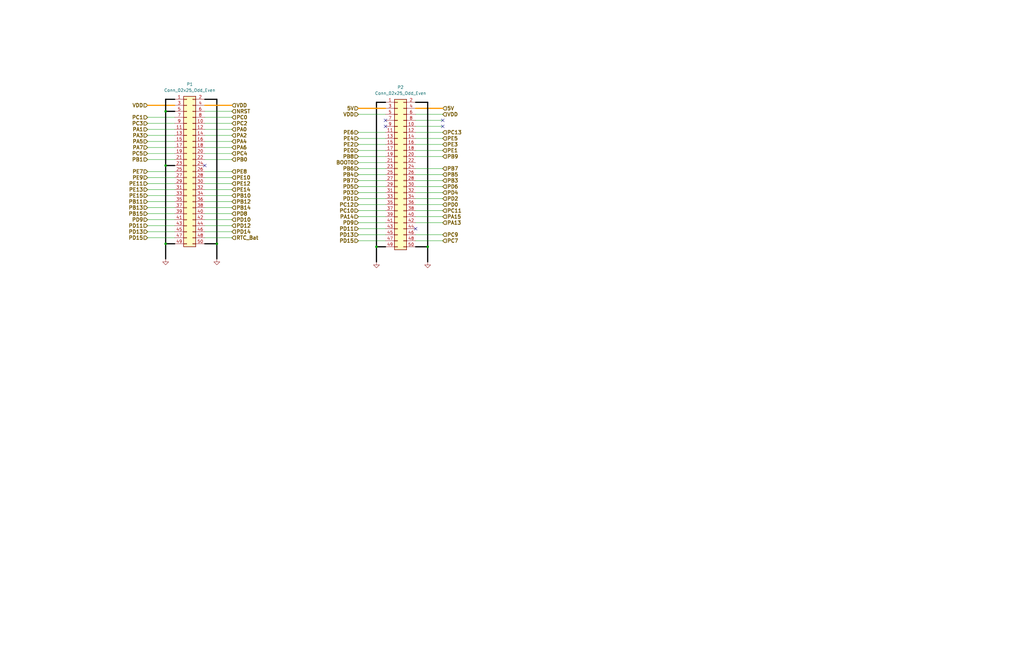
<source format=kicad_sch>
(kicad_sch (version 20211123) (generator eeschema)
  (paper "B")
  (title_block (title "microgerefi-2L") (date "2020-05-24") (rev "R0.5.2") (company "gerefi.com") (comment 1 "Donald Becker") (comment 2 "AI6OD"))
  (lib_symbols
    (symbol "Connector_Generic:Conn_02x25_Odd_Even" (pin_names (offset 1.016) hide)
      (property "Reference" "J" (at 1.27 33.02 0))
      (property "Value" "Conn_02x25_Odd_Even" (at 1.27 -33.02 0))
      (symbol "Conn_02x25_Odd_Even_1_1"
        (rectangle (start -1.27 -30.353) (end 0 -30.607) (stroke (width 0.1524)))
        (rectangle (start -1.27 -27.813) (end 0 -28.067) (stroke (width 0.1524)))
        (rectangle (start -1.27 -25.273) (end 0 -25.527) (stroke (width 0.1524)))
        (rectangle (start -1.27 -22.733) (end 0 -22.987) (stroke (width 0.1524)))
        (rectangle (start -1.27 -20.193) (end 0 -20.447) (stroke (width 0.1524)))
        (rectangle (start -1.27 -17.653) (end 0 -17.907) (stroke (width 0.1524)))
        (rectangle (start -1.27 -15.113) (end 0 -15.367) (stroke (width 0.1524)))
        (rectangle (start -1.27 -12.573) (end 0 -12.827) (stroke (width 0.1524)))
        (rectangle (start -1.27 -10.033) (end 0 -10.287) (stroke (width 0.1524)))
        (rectangle (start -1.27 -7.493) (end 0 -7.747) (stroke (width 0.1524)))
        (rectangle (start -1.27 -4.953) (end 0 -5.207) (stroke (width 0.1524)))
        (rectangle (start -1.27 -2.413) (end 0 -2.667) (stroke (width 0.1524)))
        (rectangle (start -1.27 0.127) (end 0 -0.127) (stroke (width 0.1524)))
        (rectangle (start -1.27 2.667) (end 0 2.413) (stroke (width 0.1524)))
        (rectangle (start -1.27 5.207) (end 0 4.953) (stroke (width 0.1524)))
        (rectangle (start -1.27 7.747) (end 0 7.493) (stroke (width 0.1524)))
        (rectangle (start -1.27 10.287) (end 0 10.033) (stroke (width 0.1524)))
        (rectangle (start -1.27 12.827) (end 0 12.573) (stroke (width 0.1524)))
        (rectangle (start -1.27 15.367) (end 0 15.113) (stroke (width 0.1524)))
        (rectangle (start -1.27 17.907) (end 0 17.653) (stroke (width 0.1524)))
        (rectangle (start -1.27 20.447) (end 0 20.193) (stroke (width 0.1524)))
        (rectangle (start -1.27 22.987) (end 0 22.733) (stroke (width 0.1524)))
        (rectangle (start -1.27 25.527) (end 0 25.273) (stroke (width 0.1524)))
        (rectangle (start -1.27 28.067) (end 0 27.813) (stroke (width 0.1524)))
        (rectangle (start -1.27 30.607) (end 0 30.353) (stroke (width 0.1524)))
        (rectangle (start -1.27 31.75) (end 3.81 -31.75) (stroke (width 0.254)) (fill (type background)))
        (rectangle (start 3.81 -30.353) (end 2.54 -30.607) (stroke (width 0.1524)))
        (rectangle (start 3.81 -27.813) (end 2.54 -28.067) (stroke (width 0.1524)))
        (rectangle (start 3.81 -25.273) (end 2.54 -25.527) (stroke (width 0.1524)))
        (rectangle (start 3.81 -22.733) (end 2.54 -22.987) (stroke (width 0.1524)))
        (rectangle (start 3.81 -20.193) (end 2.54 -20.447) (stroke (width 0.1524)))
        (rectangle (start 3.81 -17.653) (end 2.54 -17.907) (stroke (width 0.1524)))
        (rectangle (start 3.81 -15.113) (end 2.54 -15.367) (stroke (width 0.1524)))
        (rectangle (start 3.81 -12.573) (end 2.54 -12.827) (stroke (width 0.1524)))
        (rectangle (start 3.81 -10.033) (end 2.54 -10.287) (stroke (width 0.1524)))
        (rectangle (start 3.81 -7.493) (end 2.54 -7.747) (stroke (width 0.1524)))
        (rectangle (start 3.81 -4.953) (end 2.54 -5.207) (stroke (width 0.1524)))
        (rectangle (start 3.81 -2.413) (end 2.54 -2.667) (stroke (width 0.1524)))
        (rectangle (start 3.81 0.127) (end 2.54 -0.127) (stroke (width 0.1524)))
        (rectangle (start 3.81 2.667) (end 2.54 2.413) (stroke (width 0.1524)))
        (rectangle (start 3.81 5.207) (end 2.54 4.953) (stroke (width 0.1524)))
        (rectangle (start 3.81 7.747) (end 2.54 7.493) (stroke (width 0.1524)))
        (rectangle (start 3.81 10.287) (end 2.54 10.033) (stroke (width 0.1524)))
        (rectangle (start 3.81 12.827) (end 2.54 12.573) (stroke (width 0.1524)))
        (rectangle (start 3.81 15.367) (end 2.54 15.113) (stroke (width 0.1524)))
        (rectangle (start 3.81 17.907) (end 2.54 17.653) (stroke (width 0.1524)))
        (rectangle (start 3.81 20.447) (end 2.54 20.193) (stroke (width 0.1524)))
        (rectangle (start 3.81 22.987) (end 2.54 22.733) (stroke (width 0.1524)))
        (rectangle (start 3.81 25.527) (end 2.54 25.273) (stroke (width 0.1524)))
        (rectangle (start 3.81 28.067) (end 2.54 27.813) (stroke (width 0.1524)))
        (rectangle (start 3.81 30.607) (end 2.54 30.353) (stroke (width 0.1524)))
        (pin passive line (at -5.08 30.48 0) (length 3.81) (name "Pin_1") (number "1"))
        (pin passive line (at 7.62 20.32 180) (length 3.81) (name "Pin_10") (number "10"))
        (pin passive line (at -5.08 17.78 0) (length 3.81) (name "Pin_11") (number "11"))
        (pin passive line (at 7.62 17.78 180) (length 3.81) (name "Pin_12") (number "12"))
        (pin passive line (at -5.08 15.24 0) (length 3.81) (name "Pin_13") (number "13"))
        (pin passive line (at 7.62 15.24 180) (length 3.81) (name "Pin_14") (number "14"))
        (pin passive line (at -5.08 12.7 0) (length 3.81) (name "Pin_15") (number "15"))
        (pin passive line (at 7.62 12.7 180) (length 3.81) (name "Pin_16") (number "16"))
        (pin passive line (at -5.08 10.16 0) (length 3.81) (name "Pin_17") (number "17"))
        (pin passive line (at 7.62 10.16 180) (length 3.81) (name "Pin_18") (number "18"))
        (pin passive line (at -5.08 7.62 0) (length 3.81) (name "Pin_19") (number "19"))
        (pin passive line (at 7.62 30.48 180) (length 3.81) (name "Pin_2") (number "2"))
        (pin passive line (at 7.62 7.62 180) (length 3.81) (name "Pin_20") (number "20"))
        (pin passive line (at -5.08 5.08 0) (length 3.81) (name "Pin_21") (number "21"))
        (pin passive line (at 7.62 5.08 180) (length 3.81) (name "Pin_22") (number "22"))
        (pin passive line (at -5.08 2.54 0) (length 3.81) (name "Pin_23") (number "23"))
        (pin passive line (at 7.62 2.54 180) (length 3.81) (name "Pin_24") (number "24"))
        (pin passive line (at -5.08 0 0) (length 3.81) (name "Pin_25") (number "25"))
        (pin passive line (at 7.62 0 180) (length 3.81) (name "Pin_26") (number "26"))
        (pin passive line (at -5.08 -2.54 0) (length 3.81) (name "Pin_27") (number "27"))
        (pin passive line (at 7.62 -2.54 180) (length 3.81) (name "Pin_28") (number "28"))
        (pin passive line (at -5.08 -5.08 0) (length 3.81) (name "Pin_29") (number "29"))
        (pin passive line (at -5.08 27.94 0) (length 3.81) (name "Pin_3") (number "3"))
        (pin passive line (at 7.62 -5.08 180) (length 3.81) (name "Pin_30") (number "30"))
        (pin passive line (at -5.08 -7.62 0) (length 3.81) (name "Pin_31") (number "31"))
        (pin passive line (at 7.62 -7.62 180) (length 3.81) (name "Pin_32") (number "32"))
        (pin passive line (at -5.08 -10.16 0) (length 3.81) (name "Pin_33") (number "33"))
        (pin passive line (at 7.62 -10.16 180) (length 3.81) (name "Pin_34") (number "34"))
        (pin passive line (at -5.08 -12.7 0) (length 3.81) (name "Pin_35") (number "35"))
        (pin passive line (at 7.62 -12.7 180) (length 3.81) (name "Pin_36") (number "36"))
        (pin passive line (at -5.08 -15.24 0) (length 3.81) (name "Pin_37") (number "37"))
        (pin passive line (at 7.62 -15.24 180) (length 3.81) (name "Pin_38") (number "38"))
        (pin passive line (at -5.08 -17.78 0) (length 3.81) (name "Pin_39") (number "39"))
        (pin passive line (at 7.62 27.94 180) (length 3.81) (name "Pin_4") (number "4"))
        (pin passive line (at 7.62 -17.78 180) (length 3.81) (name "Pin_40") (number "40"))
        (pin passive line (at -5.08 -20.32 0) (length 3.81) (name "Pin_41") (number "41"))
        (pin passive line (at 7.62 -20.32 180) (length 3.81) (name "Pin_42") (number "42"))
        (pin passive line (at -5.08 -22.86 0) (length 3.81) (name "Pin_43") (number "43"))
        (pin passive line (at 7.62 -22.86 180) (length 3.81) (name "Pin_44") (number "44"))
        (pin passive line (at -5.08 -25.4 0) (length 3.81) (name "Pin_45") (number "45"))
        (pin passive line (at 7.62 -25.4 180) (length 3.81) (name "Pin_46") (number "46"))
        (pin passive line (at -5.08 -27.94 0) (length 3.81) (name "Pin_47") (number "47"))
        (pin passive line (at 7.62 -27.94 180) (length 3.81) (name "Pin_48") (number "48"))
        (pin passive line (at -5.08 -30.48 0) (length 3.81) (name "Pin_49") (number "49"))
        (pin passive line (at -5.08 25.4 0) (length 3.81) (name "Pin_5") (number "5"))
        (pin passive line (at 7.62 -30.48 180) (length 3.81) (name "Pin_50") (number "50"))
        (pin passive line (at 7.62 25.4 180) (length 3.81) (name "Pin_6") (number "6"))
        (pin passive line (at -5.08 22.86 0) (length 3.81) (name "Pin_7") (number "7"))
        (pin passive line (at 7.62 22.86 180) (length 3.81) (name "Pin_8") (number "8"))
        (pin passive line (at -5.08 20.32 0) (length 3.81) (name "Pin_9") (number "9"))
      )
    )
    (symbol "power:GND" (power) (pin_names (offset 0))
      (property "Value" "GND" (at 0 -3.81 0))
      (symbol "GND_0_1"
        (polyline (pts (xy 0 0) (xy 0 -1.27) (xy 1.27 -1.27) (xy 0 -2.54) (xy -1.27 -1.27) (xy 0 -1.27)))
      )
      (symbol "GND_1_1"
        (pin power_in line (at 0 0 270) (length 0) hide (name "GND") (number "1"))
      )
    )
  )
  (junction (at 91.44 102.87))
  (junction (at 180.34 104.14))
  (junction (at 69.85 69.85))
  (junction (at 69.85 102.87))
  (junction (at 158.75 104.14))
  (junction (at 69.85 46.99))
  (no_connect (at 175.26 96.52))
  (no_connect (at 86.36 69.85))
  (no_connect (at 162.56 50.8))
  (no_connect (at 162.56 53.34))
  (no_connect (at 186.69 53.34))
  (no_connect (at 186.69 50.8))
  (wire (pts (xy 175.26 78.74) (xy 186.69 78.74)))
  (wire (pts (xy 62.23 100.33) (xy 73.66 100.33)))
  (wire (pts (xy 86.36 64.77) (xy 97.79 64.77)))
  (wire (pts (xy 62.23 77.47) (xy 73.66 77.47)))
  (wire (pts (xy 151.13 68.58) (xy 162.56 68.58)))
  (wire (pts (xy 175.26 101.6) (xy 186.69 101.6)))
  (wire (pts (xy 158.75 43.18) (xy 158.75 104.14)) (stroke (width 0.5) (color 0 0 0 1)))
  (wire (pts (xy 175.26 66.04) (xy 186.69 66.04)))
  (wire (pts (xy 86.36 67.31) (xy 97.79 67.31)))
  (wire (pts (xy 151.13 73.66) (xy 162.56 73.66)))
  (wire (pts (xy 158.75 104.14) (xy 162.56 104.14)) (stroke (width 0.5) (color 0 0 0 1)))
  (wire (pts (xy 151.13 78.74) (xy 162.56 78.74)))
  (wire (pts (xy 62.23 92.71) (xy 73.66 92.71)))
  (wire (pts (xy 86.36 44.45) (xy 97.79 44.45)) (stroke (width 0.5) (color 255 153 0 1)))
  (wire (pts (xy 151.13 101.6) (xy 162.56 101.6)))
  (wire (pts (xy 62.23 64.77) (xy 73.66 64.77)))
  (wire (pts (xy 175.26 104.14) (xy 180.34 104.14)) (stroke (width 0.5) (color 0 0 0 1)))
  (wire (pts (xy 151.13 81.28) (xy 162.56 81.28)))
  (wire (pts (xy 86.36 57.15) (xy 97.79 57.15)))
  (wire (pts (xy 62.23 54.61) (xy 73.66 54.61)))
  (wire (pts (xy 151.13 58.42) (xy 162.56 58.42)))
  (wire (pts (xy 62.23 72.39) (xy 73.66 72.39)))
  (wire (pts (xy 175.26 53.34) (xy 186.69 53.34)))
  (wire (pts (xy 62.23 95.25) (xy 73.66 95.25)))
  (wire (pts (xy 151.13 99.06) (xy 162.56 99.06)))
  (wire (pts (xy 175.26 43.18) (xy 180.34 43.18)) (stroke (width 0.5) (color 0 0 0 1)))
  (wire (pts (xy 86.36 72.39) (xy 97.79 72.39)))
  (wire (pts (xy 86.36 85.09) (xy 97.79 85.09)))
  (wire (pts (xy 175.26 99.06) (xy 186.69 99.06)))
  (wire (pts (xy 175.26 81.28) (xy 186.69 81.28)))
  (wire (pts (xy 62.23 52.07) (xy 73.66 52.07)))
  (wire (pts (xy 69.85 41.91) (xy 69.85 46.99)) (stroke (width 0.5) (color 0 0 0 1)))
  (wire (pts (xy 151.13 96.52) (xy 162.56 96.52)))
  (wire (pts (xy 86.36 77.47) (xy 97.79 77.47)))
  (wire (pts (xy 86.36 41.91) (xy 91.44 41.91)) (stroke (width 0.5) (color 0 0 0 1)))
  (wire (pts (xy 62.23 97.79) (xy 73.66 97.79)))
  (wire (pts (xy 180.34 43.18) (xy 180.34 104.14)) (stroke (width 0.5) (color 0 0 0 1)))
  (wire (pts (xy 175.26 58.42) (xy 186.69 58.42)))
  (wire (pts (xy 175.26 71.12) (xy 186.69 71.12)))
  (wire (pts (xy 175.26 63.5) (xy 186.69 63.5)))
  (wire (pts (xy 151.13 83.82) (xy 162.56 83.82)))
  (wire (pts (xy 73.66 41.91) (xy 69.85 41.91)) (stroke (width 0.5) (color 0 0 0 1)))
  (wire (pts (xy 86.36 49.53) (xy 97.79 49.53)))
  (wire (pts (xy 86.36 46.99) (xy 97.79 46.99)))
  (wire (pts (xy 69.85 46.99) (xy 69.85 69.85)) (stroke (width 0.5) (color 0 0 0 1)))
  (wire (pts (xy 180.34 104.14) (xy 180.34 110.49)) (stroke (width 0.5) (color 0 0 0 1)))
  (wire (pts (xy 175.26 93.98) (xy 186.69 93.98)))
  (wire (pts (xy 151.13 48.26) (xy 162.56 48.26)))
  (wire (pts (xy 151.13 63.5) (xy 162.56 63.5)))
  (wire (pts (xy 62.23 85.09) (xy 73.66 85.09)))
  (wire (pts (xy 151.13 55.88) (xy 162.56 55.88)))
  (wire (pts (xy 158.75 104.14) (xy 158.75 110.49)) (stroke (width 0.5) (color 0 0 0 1)))
  (wire (pts (xy 86.36 95.25) (xy 97.79 95.25)))
  (wire (pts (xy 175.26 55.88) (xy 186.69 55.88)))
  (wire (pts (xy 175.26 50.8) (xy 186.69 50.8)))
  (wire (pts (xy 151.13 60.96) (xy 162.56 60.96)))
  (wire (pts (xy 175.26 60.96) (xy 186.69 60.96)))
  (wire (pts (xy 86.36 54.61) (xy 97.79 54.61)))
  (wire (pts (xy 175.26 73.66) (xy 186.69 73.66)))
  (wire (pts (xy 69.85 69.85) (xy 73.66 69.85)) (stroke (width 0.5) (color 0 0 0 1)))
  (wire (pts (xy 151.13 91.44) (xy 162.56 91.44)))
  (wire (pts (xy 151.13 45.72) (xy 162.56 45.72)) (stroke (width 0.5) (color 255 153 0 1)))
  (wire (pts (xy 91.44 41.91) (xy 91.44 102.87)) (stroke (width 0.5) (color 0 0 0 1)))
  (wire (pts (xy 86.36 100.33) (xy 97.79 100.33)))
  (wire (pts (xy 62.23 62.23) (xy 73.66 62.23)))
  (wire (pts (xy 86.36 90.17) (xy 97.79 90.17)))
  (wire (pts (xy 62.23 80.01) (xy 73.66 80.01)))
  (wire (pts (xy 62.23 49.53) (xy 73.66 49.53)))
  (wire (pts (xy 62.23 44.45) (xy 73.66 44.45)) (stroke (width 0.5) (color 255 153 0 1)))
  (wire (pts (xy 175.26 48.26) (xy 186.69 48.26)))
  (wire (pts (xy 86.36 74.93) (xy 97.79 74.93)))
  (wire (pts (xy 175.26 88.9) (xy 186.69 88.9)))
  (wire (pts (xy 69.85 46.99) (xy 73.66 46.99)) (stroke (width 0.5) (color 0 0 0 1)))
  (wire (pts (xy 62.23 90.17) (xy 73.66 90.17)))
  (wire (pts (xy 86.36 87.63) (xy 97.79 87.63)))
  (wire (pts (xy 86.36 92.71) (xy 97.79 92.71)))
  (wire (pts (xy 151.13 86.36) (xy 162.56 86.36)))
  (wire (pts (xy 69.85 69.85) (xy 69.85 102.87)) (stroke (width 0.5) (color 0 0 0 1)))
  (wire (pts (xy 151.13 66.04) (xy 162.56 66.04)))
  (wire (pts (xy 175.26 83.82) (xy 186.69 83.82)))
  (wire (pts (xy 62.23 82.55) (xy 73.66 82.55)))
  (wire (pts (xy 175.26 91.44) (xy 186.69 91.44)))
  (wire (pts (xy 86.36 102.87) (xy 91.44 102.87)) (stroke (width 0.5) (color 0 0 0 1)))
  (wire (pts (xy 151.13 93.98) (xy 162.56 93.98)))
  (wire (pts (xy 91.44 102.87) (xy 91.44 109.22)) (stroke (width 0.5) (color 0 0 0 1)))
  (wire (pts (xy 86.36 52.07) (xy 97.79 52.07)))
  (wire (pts (xy 175.26 86.36) (xy 186.69 86.36)))
  (wire (pts (xy 62.23 74.93) (xy 73.66 74.93)))
  (wire (pts (xy 86.36 59.69) (xy 97.79 59.69)))
  (wire (pts (xy 86.36 80.01) (xy 97.79 80.01)))
  (wire (pts (xy 151.13 76.2) (xy 162.56 76.2)))
  (wire (pts (xy 62.23 59.69) (xy 73.66 59.69)))
  (wire (pts (xy 151.13 71.12) (xy 162.56 71.12)))
  (wire (pts (xy 175.26 45.72) (xy 186.69 45.72)) (stroke (width 0.5) (color 255 153 0 1)))
  (wire (pts (xy 162.56 43.18) (xy 158.75 43.18)) (stroke (width 0.5) (color 0 0 0 1)))
  (wire (pts (xy 175.26 76.2) (xy 186.69 76.2)))
  (wire (pts (xy 62.23 67.31) (xy 73.66 67.31)))
  (wire (pts (xy 86.36 62.23) (xy 97.79 62.23)))
  (wire (pts (xy 86.36 82.55) (xy 97.79 82.55)))
  (wire (pts (xy 69.85 102.87) (xy 73.66 102.87)) (stroke (width 0.5) (color 0 0 0 1)))
  (wire (pts (xy 62.23 57.15) (xy 73.66 57.15)))
  (wire (pts (xy 86.36 97.79) (xy 97.79 97.79)))
  (wire (pts (xy 62.23 87.63) (xy 73.66 87.63)))
  (wire (pts (xy 151.13 88.9) (xy 162.56 88.9)))
  (wire (pts (xy 69.85 102.87) (xy 69.85 109.22)) (stroke (width 0.5) (color 0 0 0 1)))
  (hierarchical_label "PB1" (shape input) (at 62.23 67.31 180) (effects (font (size 1.524 1.524) (thickness 0.3048) bold)))
  (hierarchical_label "PD9" (shape input) (at 151.13 93.98 180) (effects (font (size 1.524 1.524) (thickness 0.3048) bold)))
  (hierarchical_label "PD9" (shape input) (at 62.23 92.71 180) (effects (font (size 1.524 1.524) (thickness 0.3048) bold)))
  (hierarchical_label "PE2" (shape input) (at 151.13 60.96 180) (effects (font (size 1.524 1.524) (thickness 0.3048) bold)))
  (hierarchical_label "PE15" (shape input) (at 62.23 82.55 180) (effects (font (size 1.524 1.524) (thickness 0.3048) bold)))
  (hierarchical_label "PA5" (shape input) (at 62.23 59.69 180) (effects (font (size 1.524 1.524) (thickness 0.3048) bold)))
  (hierarchical_label "PE9" (shape input) (at 62.23 74.93 180) (effects (font (size 1.524 1.524) (thickness 0.3048) bold)))
  (hierarchical_label "VDD" (shape input) (at 186.69 48.26 0) (effects (font (size 1.524 1.524) (thickness 0.3048) bold)))
  (hierarchical_label "PD13" (shape input) (at 62.23 97.79 180) (effects (font (size 1.524 1.524) (thickness 0.3048) bold)))
  (hierarchical_label "PA4" (shape input) (at 97.79 59.69 0) (effects (font (size 1.524 1.524) (thickness 0.3048) bold)))
  (hierarchical_label "PA2" (shape input) (at 97.79 57.15 0) (effects (font (size 1.524 1.524) (thickness 0.3048) bold)))
  (hierarchical_label "PB7" (shape input) (at 186.69 71.12 0) (effects (font (size 1.524 1.524) (thickness 0.3048) bold)))
  (hierarchical_label "PA13" (shape input) (at 186.69 93.98 0) (effects (font (size 1.524 1.524) (thickness 0.3048) bold)))
  (hierarchical_label "PD6" (shape input) (at 186.69 78.74 0) (effects (font (size 1.524 1.524) (thickness 0.3048) bold)))
  (hierarchical_label "PA7" (shape input) (at 62.23 62.23 180) (effects (font (size 1.524 1.524) (thickness 0.3048) bold)))
  (hierarchical_label "PA6" (shape input) (at 97.79 62.23 0) (effects (font (size 1.524 1.524) (thickness 0.3048) bold)))
  (hierarchical_label "PB13" (shape input) (at 62.23 87.63 180) (effects (font (size 1.524 1.524) (thickness 0.3048) bold)))
  (hierarchical_label "NRST" (shape input) (at 97.79 46.99 0) (effects (font (size 1.524 1.524) (thickness 0.3048) bold)))
  (hierarchical_label "PB15" (shape input) (at 62.23 90.17 180) (effects (font (size 1.524 1.524) (thickness 0.3048) bold)))
  (hierarchical_label "PE1" (shape input) (at 186.69 63.5 0) (effects (font (size 1.524 1.524) (thickness 0.3048) bold)))
  (hierarchical_label "PE14" (shape input) (at 97.79 80.01 0) (effects (font (size 1.524 1.524) (thickness 0.3048) bold)))
  (hierarchical_label "PE10" (shape input) (at 97.79 74.93 0) (effects (font (size 1.524 1.524) (thickness 0.3048) bold)))
  (hierarchical_label "PC12" (shape input) (at 151.13 86.36 180) (effects (font (size 1.524 1.524) (thickness 0.3048) bold)))
  (hierarchical_label "PC4" (shape input) (at 97.79 64.77 0) (effects (font (size 1.524 1.524) (thickness 0.3048) bold)))
  (hierarchical_label "PD3" (shape input) (at 151.13 81.28 180) (effects (font (size 1.524 1.524) (thickness 0.3048) bold)))
  (hierarchical_label "VDD" (shape input) (at 62.23 44.45 180) (effects (font (size 1.524 1.524) (thickness 0.3048) bold)))
  (hierarchical_label "PD11" (shape input) (at 62.23 95.25 180) (effects (font (size 1.524 1.524) (thickness 0.3048) bold)))
  (hierarchical_label "PE13" (shape input) (at 62.23 80.01 180) (effects (font (size 1.524 1.524) (thickness 0.3048) bold)))
  (hierarchical_label "PD8" (shape input) (at 97.79 90.17 0) (effects (font (size 1.524 1.524) (thickness 0.3048) bold)))
  (hierarchical_label "PE6" (shape input) (at 151.13 55.88 180) (effects (font (size 1.524 1.524) (thickness 0.3048) bold)))
  (hierarchical_label "PE5" (shape input) (at 186.69 58.42 0) (effects (font (size 1.524 1.524) (thickness 0.3048) bold)))
  (hierarchical_label "RTC_Bat" (shape input) (at 97.79 100.33 0) (effects (font (size 1.524 1.524) (thickness 0.3048) bold)))
  (hierarchical_label "PC0" (shape input) (at 97.79 49.53 0) (effects (font (size 1.524 1.524) (thickness 0.3048) bold)))
  (hierarchical_label "PB0" (shape input) (at 97.79 67.31 0) (effects (font (size 1.524 1.524) (thickness 0.3048) bold)))
  (hierarchical_label "PB6" (shape input) (at 151.13 71.12 180) (effects (font (size 1.524 1.524) (thickness 0.3048) bold)))
  (hierarchical_label "PD14" (shape input) (at 97.79 97.79 0) (effects (font (size 1.524 1.524) (thickness 0.3048) bold)))
  (hierarchical_label "PE12" (shape input) (at 97.79 77.47 0) (effects (font (size 1.524 1.524) (thickness 0.3048) bold)))
  (hierarchical_label "PD15" (shape input) (at 151.13 101.6 180) (effects (font (size 1.524 1.524) (thickness 0.3048) bold)))
  (hierarchical_label "PA0" (shape input) (at 97.79 54.61 0) (effects (font (size 1.524 1.524) (thickness 0.3048) bold)))
  (hierarchical_label "PB4" (shape input) (at 151.13 73.66 180) (effects (font (size 1.524 1.524) (thickness 0.3048) bold)))
  (hierarchical_label "PD12" (shape input) (at 97.79 95.25 0) (effects (font (size 1.524 1.524) (thickness 0.3048) bold)))
  (hierarchical_label "PA1" (shape input) (at 62.23 54.61 180) (effects (font (size 1.524 1.524) (thickness 0.3048) bold)))
  (hierarchical_label "PC3" (shape input) (at 62.23 52.07 180) (effects (font (size 1.524 1.524) (thickness 0.3048) bold)))
  (hierarchical_label "PB12" (shape input) (at 97.79 85.09 0) (effects (font (size 1.524 1.524) (thickness 0.3048) bold)))
  (hierarchical_label "PC1" (shape input) (at 62.23 49.53 180) (effects (font (size 1.524 1.524) (thickness 0.3048) bold)))
  (hierarchical_label "PD13" (shape input) (at 151.13 99.06 180) (effects (font (size 1.524 1.524) (thickness 0.3048) bold)))
  (hierarchical_label "PE3" (shape input) (at 186.69 60.96 0) (effects (font (size 1.524 1.524) (thickness 0.3048) bold)))
  (hierarchical_label "PB7" (shape input) (at 151.13 76.2 180) (effects (font (size 1.524 1.524) (thickness 0.3048) bold)))
  (hierarchical_label "PD2" (shape input) (at 186.69 83.82 0) (effects (font (size 1.524 1.524) (thickness 0.3048) bold)))
  (hierarchical_label "PD4" (shape input) (at 186.69 81.28 0) (effects (font (size 1.524 1.524) (thickness 0.3048) bold)))
  (hierarchical_label "PD0" (shape input) (at 186.69 86.36 0) (effects (font (size 1.524 1.524) (thickness 0.3048) bold)))
  (hierarchical_label "PD11" (shape input) (at 151.13 96.52 180) (effects (font (size 1.524 1.524) (thickness 0.3048) bold)))
  (hierarchical_label "PB3" (shape input) (at 186.69 76.2 0) (effects (font (size 1.524 1.524) (thickness 0.3048) bold)))
  (hierarchical_label "PE11" (shape input) (at 62.23 77.47 180) (effects (font (size 1.524 1.524) (thickness 0.3048) bold)))
  (hierarchical_label "PB14" (shape input) (at 97.79 87.63 0) (effects (font (size 1.524 1.524) (thickness 0.3048) bold)))
  (hierarchical_label "PB11" (shape input) (at 62.23 85.09 180) (effects (font (size 1.524 1.524) (thickness 0.3048) bold)))
  (hierarchical_label "PB9" (shape input) (at 186.69 66.04 0) (effects (font (size 1.524 1.524) (thickness 0.3048) bold)))
  (hierarchical_label "PC13" (shape input) (at 186.69 55.88 0) (effects (font (size 1.524 1.524) (thickness 0.3048) bold)))
  (hierarchical_label "PE4" (shape input) (at 151.13 58.42 180) (effects (font (size 1.524 1.524) (thickness 0.3048) bold)))
  (hierarchical_label "PA3" (shape input) (at 62.23 57.15 180) (effects (font (size 1.524 1.524) (thickness 0.3048) bold)))
  (hierarchical_label "BOOT0" (shape input) (at 151.13 68.58 180) (effects (font (size 1.524 1.524) (thickness 0.3048) bold)))
  (hierarchical_label "5V" (shape input) (at 151.13 45.72 180) (effects (font (size 1.524 1.524) (thickness 0.3048) bold)))
  (hierarchical_label "PD15" (shape input) (at 62.23 100.33 180) (effects (font (size 1.524 1.524) (thickness 0.3048) bold)))
  (hierarchical_label "VDD" (shape input) (at 97.79 44.45 0) (effects (font (size 1.524 1.524) (thickness 0.3048) bold)))
  (hierarchical_label "PC11" (shape input) (at 186.69 88.9 0) (effects (font (size 1.524 1.524) (thickness 0.3048) bold)))
  (hierarchical_label "PE0" (shape input) (at 151.13 63.5 180) (effects (font (size 1.524 1.524) (thickness 0.3048) bold)))
  (hierarchical_label "PB5" (shape input) (at 186.69 73.66 0) (effects (font (size 1.524 1.524) (thickness 0.3048) bold)))
  (hierarchical_label "PB10" (shape input) (at 97.79 82.55 0) (effects (font (size 1.524 1.524) (thickness 0.3048) bold)))
  (hierarchical_label "PE8" (shape input) (at 97.79 72.39 0) (effects (font (size 1.524 1.524) (thickness 0.3048) bold)))
  (hierarchical_label "PC7" (shape input) (at 186.69 101.6 0) (effects (font (size 1.524 1.524) (thickness 0.3048) bold)))
  (hierarchical_label "PE7" (shape input) (at 62.23 72.39 180) (effects (font (size 1.524 1.524) (thickness 0.3048) bold)))
  (hierarchical_label "PA14" (shape input) (at 151.13 91.44 180) (effects (font (size 1.524 1.524) (thickness 0.3048) bold)))
  (hierarchical_label "PD10" (shape input) (at 97.79 92.71 0) (effects (font (size 1.524 1.524) (thickness 0.3048) bold)))
  (hierarchical_label "PD5" (shape input) (at 151.13 78.74 180) (effects (font (size 1.524 1.524) (thickness 0.3048) bold)))
  (hierarchical_label "PD1" (shape input) (at 151.13 83.82 180) (effects (font (size 1.524 1.524) (thickness 0.3048) bold)))
  (hierarchical_label "PC2" (shape input) (at 97.79 52.07 0) (effects (font (size 1.524 1.524) (thickness 0.3048) bold)))
  (hierarchical_label "PC9" (shape input) (at 186.69 99.06 0) (effects (font (size 1.524 1.524) (thickness 0.3048) bold)))
  (hierarchical_label "PB8" (shape input) (at 151.13 66.04 180) (effects (font (size 1.524 1.524) (thickness 0.3048) bold)))
  (hierarchical_label "PC10" (shape input) (at 151.13 88.9 180) (effects (font (size 1.524 1.524) (thickness 0.3048) bold)))
  (hierarchical_label "PC5" (shape input) (at 62.23 64.77 180) (effects (font (size 1.524 1.524) (thickness 0.3048) bold)))
  (hierarchical_label "5V" (shape input) (at 186.69 45.72 0) (effects (font (size 1.524 1.524) (thickness 0.3048) bold)))
  (hierarchical_label "PA15" (shape input) (at 186.69 91.44 0) (effects (font (size 1.524 1.524) (thickness 0.3048) bold)))
  (hierarchical_label "VDD" (shape input) (at 151.13 48.26 180) (effects (font (size 1.524 1.524) (thickness 0.3048) bold)))
  (symbol (lib_id "power:GND") (at 69.85 109.22 0) (unit 1)
    (property "Reference" "#PWR?" (effects hide))
    (property "Value" "GND" (effects hide))
  )
  (symbol (lib_id "Connector_Generic:Conn_02x25_Odd_Even") (at 78.74 72.39 0) (unit 1)
    (property "Reference" "P1" (at 80.01 35.56 0))
    (property "Value" "Conn_02x25_Odd_Even" (at 80.01 38.1 0))
  )
  (symbol (lib_id "power:GND") (at 91.44 109.22 0) (unit 1)
    (property "Reference" "#PWR?" (effects hide))
    (property "Value" "GND" (effects hide))
  )
  (symbol (lib_id "power:GND") (at 158.75 110.49 0) (unit 1)
    (property "Reference" "#PWR?" (effects hide))
    (property "Value" "GND" (effects hide))
  )
  (symbol (lib_id "Connector_Generic:Conn_02x25_Odd_Even") (at 167.64 73.66 0) (unit 1)
    (property "Reference" "P2" (at 168.91 36.83 0))
    (property "Value" "Conn_02x25_Odd_Even" (at 168.91 39.37 0))
  )
  (symbol (lib_id "power:GND") (at 180.34 110.49 0) (unit 1)
    (property "Reference" "#PWR?" (effects hide))
    (property "Value" "GND" (effects hide))
  )
)
</source>
